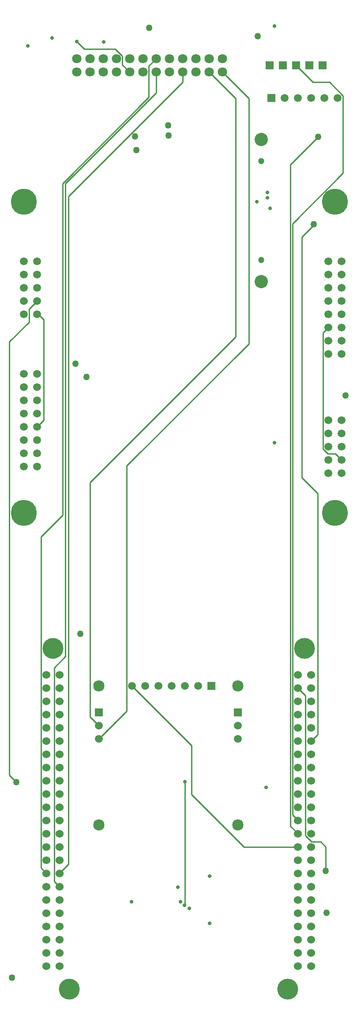
<source format=gbr>
G04 Layer_Physical_Order=4*
G04 Layer_Color=36540*
%FSLAX26Y26*%
%MOIN*%
%TF.FileFunction,Copper,L4,Inr,Signal*%
%TF.Part,Single*%
G01*
G75*
%TA.AperFunction,Conductor*%
%ADD18C,0.010000*%
%TA.AperFunction,ComponentPad*%
%ADD19R,0.060000X0.060000*%
%TA.AperFunction,ViaPad*%
%ADD20C,0.196850*%
%ADD21C,0.196850*%
%ADD22C,0.085000*%
%TA.AperFunction,ComponentPad*%
%ADD23C,0.157480*%
%ADD24C,0.060000*%
%ADD25C,0.059055*%
%ADD26R,0.059055X0.059055*%
%ADD27R,0.059055X0.059055*%
%ADD28C,0.100000*%
%ADD29C,0.047000*%
%ADD30C,0.070866*%
%TA.AperFunction,ViaPad*%
%ADD31C,0.050000*%
%ADD32C,0.027559*%
D18*
X2311527Y1514863D02*
X2311527Y2099373D01*
X2209375Y2201525D02*
X2311527Y2099373D01*
X1957519Y2328676D02*
X2084671Y2201525D01*
X1929425Y1132762D02*
X2311527Y1514863D01*
X1914425Y1580582D02*
X2122519Y1788676D01*
X1929425Y-3331925D02*
X1929425Y1132762D01*
X50000Y-350000D02*
X50000Y410000D01*
X10000Y450000D02*
X50000Y410000D01*
X0Y450000D02*
X10000Y450000D01*
X2000000Y-784534D02*
X2120000Y-904534D01*
X2160472Y310472D02*
X2200000Y350000D01*
X2253493Y-603493D02*
X2300000Y-650000D01*
X2160472Y-566373D02*
X2160472Y310472D01*
X2197593Y-603493D02*
X2253493Y-603493D01*
X2084671Y2201525D02*
X2209375Y2201525D01*
X2069425Y-2773075D02*
X2120000Y-2722500D01*
X215000Y-2135000D02*
X215000Y1437496D01*
X130000Y-2220000D02*
X215000Y-2135000D01*
X130000Y-3832500D02*
X130000Y-2220000D01*
X2182386Y-3755228D02*
X2182386Y-3572386D01*
X2142500Y-3532500D02*
X2182386Y-3572386D01*
X2073432Y-3532500D02*
X2142500Y-3532500D01*
X718149Y-2358322D02*
X1167808Y-2807981D01*
X1962925Y-3572500D02*
X1969425Y-3579000D01*
X-208425Y-3030575D02*
X-156000Y-3083000D01*
X1116000Y-3080000D02*
X1117000Y-3079000D01*
X1116000Y-4012000D02*
X1116000Y-3080000D01*
X1115000Y-4013000D02*
X1116000Y-4012000D01*
X167519Y-3781164D02*
X167519Y-3774981D01*
X67519Y-3781164D02*
X67519Y-3770019D01*
X167519Y-3881164D02*
X167519Y-3870019D01*
X167519Y-3774981D02*
X237425Y-3705075D01*
X130000Y-3832500D02*
X167519Y-3870019D01*
X29425Y-3731925D02*
X67519Y-3770019D01*
X2069425Y-2779000D02*
X2069425Y-2773075D01*
X1929425Y-3331925D02*
X1969425Y-3371925D01*
X1969425Y-3479000D02*
X1969425Y-3471925D01*
X1914425Y-3416925D02*
X1969425Y-3471925D01*
X1969425Y-3379000D02*
X1969425Y-3371925D01*
X1500000Y279264D02*
X1500000Y2080000D01*
X237425Y-3705075D02*
X237425Y1339923D01*
X468149Y-2758322D02*
X678621Y-2547850D01*
X678621Y-694614D01*
X1600000Y226764D01*
X1969425Y-2379000D02*
X1976500Y-2379000D01*
X2026499Y-3485568D02*
X2073432Y-3532500D01*
X2026499Y-3485568D02*
X2026499Y-2428999D01*
X1976500Y-2379000D02*
X2026499Y-2428999D01*
X2090000Y1123431D02*
X2090000Y1130000D01*
X29425Y-3731925D02*
X29425Y-1229395D01*
X193165Y-1065655D01*
X193165Y1436875D01*
X-208425Y-3030575D02*
X-208425Y241575D01*
X2120000Y-2722500D02*
X2120000Y-904534D01*
X2000000Y-784534D02*
X2000000Y1033431D01*
X2090000Y1123431D01*
X2160472Y-566373D02*
X2197593Y-603493D01*
X0Y-400000D02*
X50000Y-350000D01*
X-60472Y489528D02*
X0Y550000D01*
X-208425Y241575D02*
X-60472Y389528D01*
X-60472Y489528D01*
X1914425Y-3416925D02*
X1914425Y1580582D01*
X645433Y2334567D02*
X700000Y2280000D01*
X591522Y2452730D02*
X645433Y2398819D01*
X645433Y2334567D02*
X645433Y2398819D01*
X300000Y2510000D02*
X357270Y2452730D01*
X591522Y2452730D01*
X845433Y2089142D02*
X845433Y2325433D01*
X900000Y2380000D01*
X193165Y1436875D02*
X845433Y2089142D01*
X1100000Y2202497D02*
X1100000Y2280000D01*
X237425Y1339923D02*
X1100000Y2202497D01*
X900000Y2122496D02*
X900000Y2280000D01*
X215000Y1437496D02*
X900000Y2122496D01*
X1300000Y2280000D02*
X1500000Y2080000D01*
X1400000Y2280000D02*
X1600000Y2080000D01*
X1600000Y226764D02*
X1600000Y2080000D01*
X400000Y-2590173D02*
X468149Y-2658322D01*
X400000Y-2590173D02*
X400000Y-820736D01*
X1500000Y279264D01*
X1167808Y-3177808D02*
X1167808Y-2807981D01*
X1167808Y-3177808D02*
X1562500Y-3572500D01*
X1962925Y-3572500D01*
D19*
X2057519Y2328676D02*
D03*
X1957519Y2328676D02*
D03*
X1857519Y2328676D02*
D03*
X1757519Y2328676D02*
D03*
X2157519Y2328676D02*
D03*
D20*
X-100000Y1300000D02*
D03*
X2250000Y1300000D02*
D03*
X2250000Y-1050000D02*
D03*
D21*
X-100000Y-1050000D02*
D03*
D22*
X468149Y-3408322D02*
D03*
X1518149Y-2358322D02*
D03*
X1518149Y-3408322D02*
D03*
X468149Y-2358322D02*
D03*
D23*
X120000Y-2072500D02*
D03*
X2020000Y-2072500D02*
D03*
X1895000Y-4647500D02*
D03*
X245000Y-4647500D02*
D03*
D24*
X170000Y-2272500D02*
D03*
X170000Y-2372500D02*
D03*
X170000Y-2472500D02*
D03*
X170000Y-2572500D02*
D03*
X170000Y-2672500D02*
D03*
X170000Y-2772500D02*
D03*
X170000Y-2872500D02*
D03*
X170000Y-2972500D02*
D03*
X170000Y-3072500D02*
D03*
X170000Y-3172500D02*
D03*
X170000Y-3272500D02*
D03*
X170000Y-3372500D02*
D03*
X170000Y-3472500D02*
D03*
X170000Y-3572500D02*
D03*
X170000Y-3672500D02*
D03*
X170000Y-3772500D02*
D03*
X170000Y-3872500D02*
D03*
X170000Y-3972500D02*
D03*
X170000Y-4072500D02*
D03*
X170000Y-4172500D02*
D03*
X170000Y-4272500D02*
D03*
X170000Y-4372500D02*
D03*
X170000Y-4472500D02*
D03*
X70000Y-2372500D02*
D03*
X70000Y-2472500D02*
D03*
X70000Y-2572500D02*
D03*
X70000Y-2672500D02*
D03*
X70000Y-2772500D02*
D03*
X70000Y-2872500D02*
D03*
X70000Y-2972500D02*
D03*
X70000Y-3072500D02*
D03*
X70000Y-3172500D02*
D03*
X70000Y-3272500D02*
D03*
X70000Y-3372500D02*
D03*
X70000Y-3472500D02*
D03*
X70000Y-3572500D02*
D03*
X70000Y-3672500D02*
D03*
X70000Y-3772500D02*
D03*
X70000Y-3872500D02*
D03*
X70000Y-3972500D02*
D03*
X70000Y-4072500D02*
D03*
X70000Y-4172500D02*
D03*
X70000Y-4272500D02*
D03*
X70000Y-4372500D02*
D03*
X70000Y-4472500D02*
D03*
X1970000Y-2272500D02*
D03*
X2070000Y-2272500D02*
D03*
X2070000Y-2372500D02*
D03*
X2070000Y-2472500D02*
D03*
X2070000Y-2572500D02*
D03*
X2070000Y-2672500D02*
D03*
X2070000Y-2772500D02*
D03*
X2070000Y-2872500D02*
D03*
X2070000Y-2972500D02*
D03*
X2070000Y-3072500D02*
D03*
X2070000Y-3172500D02*
D03*
X2070000Y-3272500D02*
D03*
X2070000Y-3372500D02*
D03*
X2070000Y-3472500D02*
D03*
X2070000Y-3572500D02*
D03*
X2070000Y-3672500D02*
D03*
X2070000Y-3772500D02*
D03*
X2070000Y-3872500D02*
D03*
X2070000Y-3972500D02*
D03*
X2070000Y-4072500D02*
D03*
X2070000Y-4172500D02*
D03*
X2070000Y-4272500D02*
D03*
X2070000Y-4372500D02*
D03*
X2070000Y-4472500D02*
D03*
X1970000Y-2372500D02*
D03*
X1970000Y-2472500D02*
D03*
X1970000Y-2572500D02*
D03*
X1970000Y-2672500D02*
D03*
X1970000Y-2772500D02*
D03*
X1970000Y-2872500D02*
D03*
X1970000Y-2972500D02*
D03*
X1970000Y-3072500D02*
D03*
X1970000Y-3172500D02*
D03*
X1970000Y-3272500D02*
D03*
X1970000Y-3372500D02*
D03*
X1970000Y-3472500D02*
D03*
X1970000Y-3572500D02*
D03*
X1970000Y-3672500D02*
D03*
X1970000Y-3772500D02*
D03*
X1970000Y-3872500D02*
D03*
X1970000Y-3972500D02*
D03*
X1970000Y-4072500D02*
D03*
X1970000Y-4172500D02*
D03*
X1970000Y-4272500D02*
D03*
X1970000Y-4372500D02*
D03*
X1970000Y-4472500D02*
D03*
X70000Y-2272500D02*
D03*
D25*
X0Y-700000D02*
D03*
X0Y-600000D02*
D03*
X0Y-500000D02*
D03*
X-100000Y-700000D02*
D03*
X-100000Y-600000D02*
D03*
X-100000Y-500000D02*
D03*
X0Y-400000D02*
D03*
X0Y-300000D02*
D03*
X0Y-200000D02*
D03*
X0Y-100000D02*
D03*
X0Y0D02*
D03*
X-100000Y-400000D02*
D03*
X-100000Y-300000D02*
D03*
X-100000Y-200000D02*
D03*
X-100000Y-100000D02*
D03*
X-100000Y0D02*
D03*
X2300000Y150000D02*
D03*
X2300000Y250000D02*
D03*
X2300000Y350000D02*
D03*
X2200000Y150000D02*
D03*
X2200000Y250000D02*
D03*
X2200000Y350000D02*
D03*
X2300000Y450000D02*
D03*
X2300000Y550000D02*
D03*
X2300000Y650000D02*
D03*
X2300000Y750000D02*
D03*
X2300000Y850000D02*
D03*
X2200000Y450000D02*
D03*
X2200000Y550000D02*
D03*
X2200000Y650000D02*
D03*
X2200000Y750000D02*
D03*
X2200000Y850000D02*
D03*
X2271999Y2083000D02*
D03*
X2171999Y2083000D02*
D03*
X2071999Y2083000D02*
D03*
X1971999Y2083000D02*
D03*
X1871999Y2083000D02*
D03*
X1118149Y-2358322D02*
D03*
X1218149Y-2358322D02*
D03*
X1018149Y-2358322D02*
D03*
X918149Y-2358322D02*
D03*
X818149Y-2358322D02*
D03*
X718149Y-2358322D02*
D03*
X1518149Y-2758322D02*
D03*
X1518149Y-2658322D02*
D03*
X468149Y-2758322D02*
D03*
X468149Y-2658322D02*
D03*
X2200000Y-750000D02*
D03*
X2200000Y-650000D02*
D03*
X2200000Y-550000D02*
D03*
X2200000Y-450000D02*
D03*
X2200000Y-350000D02*
D03*
X2300000Y-750000D02*
D03*
X2300000Y-650000D02*
D03*
X2300000Y-550000D02*
D03*
X2300000Y-450000D02*
D03*
X2300000Y-350000D02*
D03*
X-100000Y450000D02*
D03*
X-100000Y550000D02*
D03*
X-100000Y650000D02*
D03*
X-100000Y750000D02*
D03*
X-100000Y850000D02*
D03*
X0Y450000D02*
D03*
X0Y550000D02*
D03*
X0Y650000D02*
D03*
X0Y750000D02*
D03*
X0Y850000D02*
D03*
D26*
X1771999Y2083000D02*
D03*
X1318149Y-2358322D02*
D03*
D27*
X1518149Y-2558322D02*
D03*
X468149Y-2558322D02*
D03*
D28*
X1694197Y696760D02*
D03*
X1694197Y1769160D02*
D03*
D29*
X1694197Y1607260D02*
D03*
X1692597Y858660D02*
D03*
D30*
X400000Y2380000D02*
D03*
X400000Y2280000D02*
D03*
X500000Y2280000D02*
D03*
X600000Y2280000D02*
D03*
X700000Y2280000D02*
D03*
X800000Y2280000D02*
D03*
X900000Y2280000D02*
D03*
X1000000Y2280000D02*
D03*
X1100000Y2280000D02*
D03*
X1200000Y2280000D02*
D03*
X1300000Y2280000D02*
D03*
X1400000Y2280000D02*
D03*
X500000Y2380000D02*
D03*
X600000Y2380000D02*
D03*
X700000Y2380000D02*
D03*
X800000Y2380000D02*
D03*
X900000Y2380000D02*
D03*
X1000000Y2380000D02*
D03*
X1100000Y2380000D02*
D03*
X1200000Y2380000D02*
D03*
X1300000Y2380000D02*
D03*
X1400000Y2380000D02*
D03*
X300000Y2280000D02*
D03*
X300000Y2380000D02*
D03*
D31*
X1667519Y2548676D02*
D03*
X2122519Y1788676D02*
D03*
X2330000Y-165000D02*
D03*
X849000Y2612000D02*
D03*
X-156000Y-3083000D02*
D03*
X-190000Y-4560000D02*
D03*
X2182386Y-3755228D02*
D03*
X2186323Y-4070189D02*
D03*
X990000Y1875000D02*
D03*
X995000Y1800000D02*
D03*
X2090000Y1130000D02*
D03*
X740000Y1793000D02*
D03*
X327000Y-1965000D02*
D03*
X375000Y-25000D02*
D03*
X290000Y75000D02*
D03*
X750000Y1690000D02*
D03*
D32*
X1740000Y1370000D02*
D03*
X115000Y2535000D02*
D03*
X1115000Y-4013000D02*
D03*
X1117000Y-3079000D02*
D03*
X1729630Y-3125307D02*
D03*
X1064276Y-3877276D02*
D03*
X1150890Y-4038693D02*
D03*
X713882Y-3987512D02*
D03*
X1304433Y-4151370D02*
D03*
X1304433Y-3794598D02*
D03*
X1083961Y-3987512D02*
D03*
X1740000Y1330000D02*
D03*
X1660000Y1300000D02*
D03*
X1760000Y1250000D02*
D03*
X1795000Y-520000D02*
D03*
X1795000Y2625000D02*
D03*
X-70000Y2475000D02*
D03*
X300000Y2510000D02*
D03*
X505000Y2505000D02*
D03*
%TF.MD5,72f77b39145022e45d113dfb28162287*%
M02*

</source>
